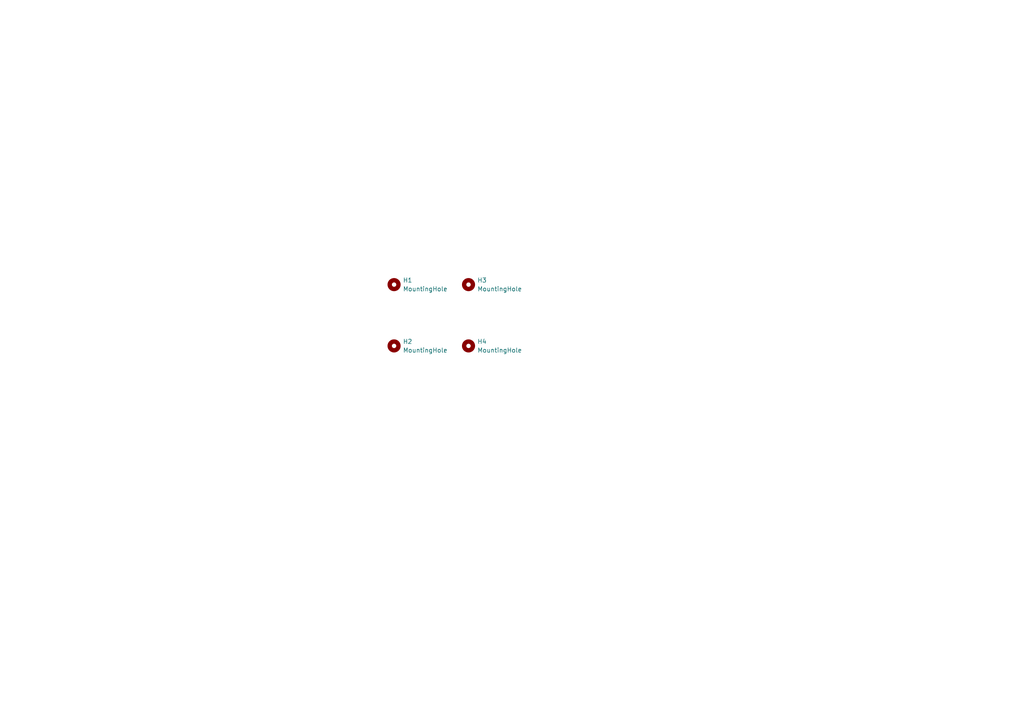
<source format=kicad_sch>
(kicad_sch (version 20250114) (generator "eeschema") (generator_version "9.0")
  (paper "A4")
  (lib_symbols
    (symbol "Mechanical:MountingHole" (pin_names (offset 1.016)) (in_bom no)
      (property "Reference" "H" (at 0 5.08 0))
      (property "Value" "MountingHole" (at 0 3.175 0))
      (symbol "MountingHole_0_1"
        (circle (center 0 0) (radius 1.27) (stroke (width 1.27)))
      )
    )
  )
  (symbol (lib_id "Mechanical:MountingHole") (at 114.3 100.33 0) (unit 1) (in_bom no)
    (property "Reference" "H2" (at 116.84 99.0599 0) (effects (justify left)))
    (property "Value" "MountingHole" (at 116.84 101.5999 0) (effects (justify left)))
    (property "Description" "Mounting Hole without connection" (effects (hide yes)))
  )
  (symbol (lib_id "Mechanical:MountingHole") (at 135.89 82.55 0) (unit 1) (in_bom no)
    (property "Reference" "H3" (at 138.43 81.2799 0) (effects (justify left)))
    (property "Value" "MountingHole" (at 138.43 83.8199 0) (effects (justify left)))
    (property "Description" "Mounting Hole without connection" (effects (hide yes)))
  )
  (symbol (lib_id "Mechanical:MountingHole") (at 114.3 82.55 0) (unit 1) (in_bom no)
    (property "Reference" "H1" (at 116.84 81.2799 0) (effects (justify left)))
    (property "Value" "MountingHole" (at 116.84 83.8199 0) (effects (justify left)))
    (property "Description" "Mounting Hole without connection" (effects (hide yes)))
  )
  (symbol (lib_id "Mechanical:MountingHole") (at 135.89 100.33 0) (unit 1) (in_bom no)
    (property "Reference" "H4" (at 138.43 99.0599 0) (effects (justify left)))
    (property "Value" "MountingHole" (at 138.43 101.5999 0) (effects (justify left)))
    (property "Description" "Mounting Hole without connection" (effects (hide yes)))
  )
)
</source>
